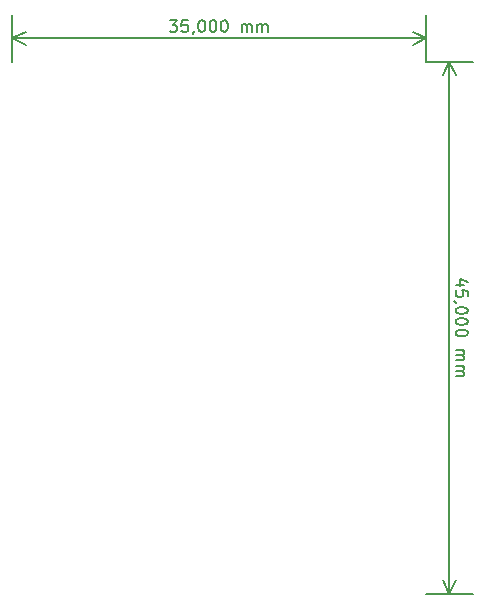
<source format=gbr>
G04 #@! TF.FileFunction,Drawing*
%FSLAX46Y46*%
G04 Gerber Fmt 4.6, Leading zero omitted, Abs format (unit mm)*
G04 Created by KiCad (PCBNEW (2015-04-05 BZR 5577)-product) date Út 4. srpen 2015, 12:36:27 CEST*
%MOMM*%
G01*
G04 APERTURE LIST*
%ADD10C,0.100000*%
%ADD11C,0.150000*%
G04 APERTURE END LIST*
D10*
D11*
X212214286Y-110833334D02*
X211547619Y-110833334D01*
X212595238Y-110595238D02*
X211880952Y-110357143D01*
X211880952Y-110976191D01*
X212547619Y-111833334D02*
X212547619Y-111357143D01*
X212071429Y-111309524D01*
X212119048Y-111357143D01*
X212166667Y-111452381D01*
X212166667Y-111690477D01*
X212119048Y-111785715D01*
X212071429Y-111833334D01*
X211976190Y-111880953D01*
X211738095Y-111880953D01*
X211642857Y-111833334D01*
X211595238Y-111785715D01*
X211547619Y-111690477D01*
X211547619Y-111452381D01*
X211595238Y-111357143D01*
X211642857Y-111309524D01*
X211595238Y-112357143D02*
X211547619Y-112357143D01*
X211452381Y-112309524D01*
X211404762Y-112261905D01*
X212547619Y-112976190D02*
X212547619Y-113071429D01*
X212500000Y-113166667D01*
X212452381Y-113214286D01*
X212357143Y-113261905D01*
X212166667Y-113309524D01*
X211928571Y-113309524D01*
X211738095Y-113261905D01*
X211642857Y-113214286D01*
X211595238Y-113166667D01*
X211547619Y-113071429D01*
X211547619Y-112976190D01*
X211595238Y-112880952D01*
X211642857Y-112833333D01*
X211738095Y-112785714D01*
X211928571Y-112738095D01*
X212166667Y-112738095D01*
X212357143Y-112785714D01*
X212452381Y-112833333D01*
X212500000Y-112880952D01*
X212547619Y-112976190D01*
X212547619Y-113928571D02*
X212547619Y-114023810D01*
X212500000Y-114119048D01*
X212452381Y-114166667D01*
X212357143Y-114214286D01*
X212166667Y-114261905D01*
X211928571Y-114261905D01*
X211738095Y-114214286D01*
X211642857Y-114166667D01*
X211595238Y-114119048D01*
X211547619Y-114023810D01*
X211547619Y-113928571D01*
X211595238Y-113833333D01*
X211642857Y-113785714D01*
X211738095Y-113738095D01*
X211928571Y-113690476D01*
X212166667Y-113690476D01*
X212357143Y-113738095D01*
X212452381Y-113785714D01*
X212500000Y-113833333D01*
X212547619Y-113928571D01*
X212547619Y-114880952D02*
X212547619Y-114976191D01*
X212500000Y-115071429D01*
X212452381Y-115119048D01*
X212357143Y-115166667D01*
X212166667Y-115214286D01*
X211928571Y-115214286D01*
X211738095Y-115166667D01*
X211642857Y-115119048D01*
X211595238Y-115071429D01*
X211547619Y-114976191D01*
X211547619Y-114880952D01*
X211595238Y-114785714D01*
X211642857Y-114738095D01*
X211738095Y-114690476D01*
X211928571Y-114642857D01*
X212166667Y-114642857D01*
X212357143Y-114690476D01*
X212452381Y-114738095D01*
X212500000Y-114785714D01*
X212547619Y-114880952D01*
X211547619Y-116404762D02*
X212214286Y-116404762D01*
X212119048Y-116404762D02*
X212166667Y-116452381D01*
X212214286Y-116547619D01*
X212214286Y-116690477D01*
X212166667Y-116785715D01*
X212071429Y-116833334D01*
X211547619Y-116833334D01*
X212071429Y-116833334D02*
X212166667Y-116880953D01*
X212214286Y-116976191D01*
X212214286Y-117119048D01*
X212166667Y-117214286D01*
X212071429Y-117261905D01*
X211547619Y-117261905D01*
X211547619Y-117738095D02*
X212214286Y-117738095D01*
X212119048Y-117738095D02*
X212166667Y-117785714D01*
X212214286Y-117880952D01*
X212214286Y-118023810D01*
X212166667Y-118119048D01*
X212071429Y-118166667D01*
X211547619Y-118166667D01*
X212071429Y-118166667D02*
X212166667Y-118214286D01*
X212214286Y-118309524D01*
X212214286Y-118452381D01*
X212166667Y-118547619D01*
X212071429Y-118595238D01*
X211547619Y-118595238D01*
X211000000Y-92000000D02*
X211000000Y-137000000D01*
X209000000Y-92000000D02*
X213000000Y-92000000D01*
X209000000Y-137000000D02*
X213000000Y-137000000D01*
X211000000Y-137000000D02*
X210413579Y-135873496D01*
X211000000Y-137000000D02*
X211586421Y-135873496D01*
X211000000Y-92000000D02*
X210413579Y-93126504D01*
X211000000Y-92000000D02*
X211586421Y-93126504D01*
X187309524Y-88452381D02*
X187928572Y-88452381D01*
X187595238Y-88833333D01*
X187738096Y-88833333D01*
X187833334Y-88880952D01*
X187880953Y-88928571D01*
X187928572Y-89023810D01*
X187928572Y-89261905D01*
X187880953Y-89357143D01*
X187833334Y-89404762D01*
X187738096Y-89452381D01*
X187452381Y-89452381D01*
X187357143Y-89404762D01*
X187309524Y-89357143D01*
X188833334Y-88452381D02*
X188357143Y-88452381D01*
X188309524Y-88928571D01*
X188357143Y-88880952D01*
X188452381Y-88833333D01*
X188690477Y-88833333D01*
X188785715Y-88880952D01*
X188833334Y-88928571D01*
X188880953Y-89023810D01*
X188880953Y-89261905D01*
X188833334Y-89357143D01*
X188785715Y-89404762D01*
X188690477Y-89452381D01*
X188452381Y-89452381D01*
X188357143Y-89404762D01*
X188309524Y-89357143D01*
X189357143Y-89404762D02*
X189357143Y-89452381D01*
X189309524Y-89547619D01*
X189261905Y-89595238D01*
X189976190Y-88452381D02*
X190071429Y-88452381D01*
X190166667Y-88500000D01*
X190214286Y-88547619D01*
X190261905Y-88642857D01*
X190309524Y-88833333D01*
X190309524Y-89071429D01*
X190261905Y-89261905D01*
X190214286Y-89357143D01*
X190166667Y-89404762D01*
X190071429Y-89452381D01*
X189976190Y-89452381D01*
X189880952Y-89404762D01*
X189833333Y-89357143D01*
X189785714Y-89261905D01*
X189738095Y-89071429D01*
X189738095Y-88833333D01*
X189785714Y-88642857D01*
X189833333Y-88547619D01*
X189880952Y-88500000D01*
X189976190Y-88452381D01*
X190928571Y-88452381D02*
X191023810Y-88452381D01*
X191119048Y-88500000D01*
X191166667Y-88547619D01*
X191214286Y-88642857D01*
X191261905Y-88833333D01*
X191261905Y-89071429D01*
X191214286Y-89261905D01*
X191166667Y-89357143D01*
X191119048Y-89404762D01*
X191023810Y-89452381D01*
X190928571Y-89452381D01*
X190833333Y-89404762D01*
X190785714Y-89357143D01*
X190738095Y-89261905D01*
X190690476Y-89071429D01*
X190690476Y-88833333D01*
X190738095Y-88642857D01*
X190785714Y-88547619D01*
X190833333Y-88500000D01*
X190928571Y-88452381D01*
X191880952Y-88452381D02*
X191976191Y-88452381D01*
X192071429Y-88500000D01*
X192119048Y-88547619D01*
X192166667Y-88642857D01*
X192214286Y-88833333D01*
X192214286Y-89071429D01*
X192166667Y-89261905D01*
X192119048Y-89357143D01*
X192071429Y-89404762D01*
X191976191Y-89452381D01*
X191880952Y-89452381D01*
X191785714Y-89404762D01*
X191738095Y-89357143D01*
X191690476Y-89261905D01*
X191642857Y-89071429D01*
X191642857Y-88833333D01*
X191690476Y-88642857D01*
X191738095Y-88547619D01*
X191785714Y-88500000D01*
X191880952Y-88452381D01*
X193404762Y-89452381D02*
X193404762Y-88785714D01*
X193404762Y-88880952D02*
X193452381Y-88833333D01*
X193547619Y-88785714D01*
X193690477Y-88785714D01*
X193785715Y-88833333D01*
X193833334Y-88928571D01*
X193833334Y-89452381D01*
X193833334Y-88928571D02*
X193880953Y-88833333D01*
X193976191Y-88785714D01*
X194119048Y-88785714D01*
X194214286Y-88833333D01*
X194261905Y-88928571D01*
X194261905Y-89452381D01*
X194738095Y-89452381D02*
X194738095Y-88785714D01*
X194738095Y-88880952D02*
X194785714Y-88833333D01*
X194880952Y-88785714D01*
X195023810Y-88785714D01*
X195119048Y-88833333D01*
X195166667Y-88928571D01*
X195166667Y-89452381D01*
X195166667Y-88928571D02*
X195214286Y-88833333D01*
X195309524Y-88785714D01*
X195452381Y-88785714D01*
X195547619Y-88833333D01*
X195595238Y-88928571D01*
X195595238Y-89452381D01*
X174000000Y-90000000D02*
X209000000Y-90000000D01*
X174000000Y-92000000D02*
X174000000Y-88000000D01*
X209000000Y-92000000D02*
X209000000Y-88000000D01*
X209000000Y-90000000D02*
X207873496Y-90586421D01*
X209000000Y-90000000D02*
X207873496Y-89413579D01*
X174000000Y-90000000D02*
X175126504Y-90586421D01*
X174000000Y-90000000D02*
X175126504Y-89413579D01*
M02*

</source>
